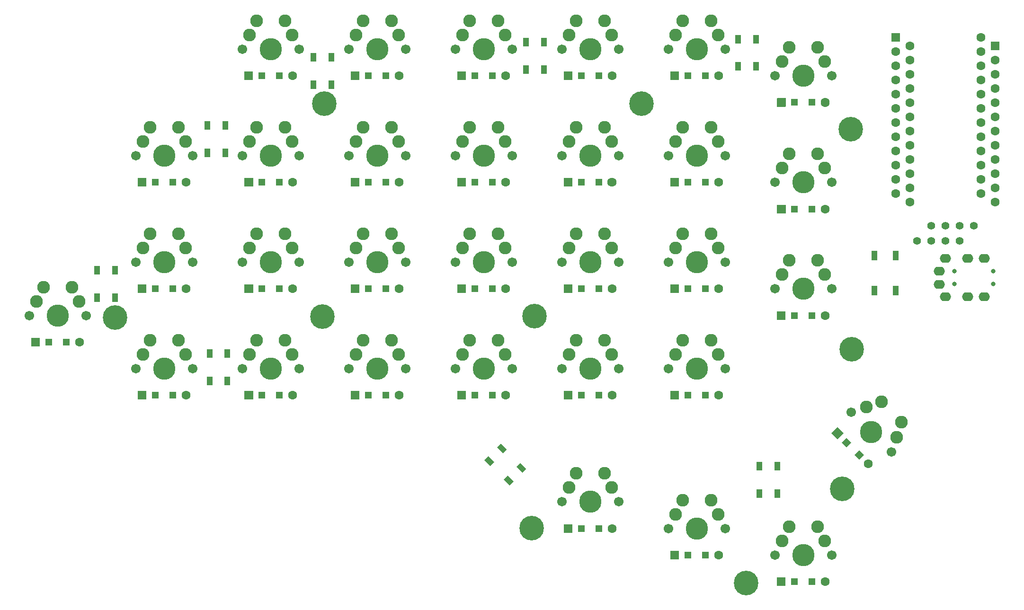
<source format=gbs>
%TF.GenerationSoftware,KiCad,Pcbnew,5.1.9*%
%TF.CreationDate,2021-04-06T00:25:38+02:00*%
%TF.ProjectId,splitkeeb - pro micros,73706c69-746b-4656-9562-202d2070726f,rev?*%
%TF.SameCoordinates,Original*%
%TF.FileFunction,Soldermask,Bot*%
%TF.FilePolarity,Negative*%
%FSLAX46Y46*%
G04 Gerber Fmt 4.6, Leading zero omitted, Abs format (unit mm)*
G04 Created by KiCad (PCBNEW 5.1.9) date 2021-04-06 00:25:38*
%MOMM*%
%LPD*%
G01*
G04 APERTURE LIST*
%ADD10R,1.600000X1.600000*%
%ADD11C,1.600000*%
%ADD12C,4.400000*%
%ADD13R,1.200000X1.200000*%
%ADD14C,1.701800*%
%ADD15C,2.286000*%
%ADD16C,3.987800*%
%ADD17R,1.000000X1.500000*%
%ADD18O,2.000000X1.600000*%
%ADD19C,0.800000*%
%ADD20R,1.000000X1.700000*%
%ADD21C,0.100000*%
%ADD22C,1.397000*%
G04 APERTURE END LIST*
D10*
%TO.C,D19*%
X148384420Y-92726140D03*
D11*
X156184420Y-92726140D03*
%TD*%
D12*
%TO.C,REF\u002A\u002A*%
X67334420Y-97888640D03*
%TD*%
D11*
%TO.C,D28*%
X194294420Y-78438640D03*
D10*
X186494420Y-78438640D03*
D13*
X188819420Y-78438640D03*
X191969420Y-78438640D03*
%TD*%
%TO.C,D6*%
X96719420Y-73681140D03*
X93569420Y-73681140D03*
D10*
X91244420Y-73681140D03*
D11*
X99044420Y-73681140D03*
%TD*%
D12*
%TO.C,REF\u002A\u002A*%
X197344420Y-128488640D03*
%TD*%
%TO.C,REF\u002A\u002A*%
X180194420Y-145388640D03*
%TD*%
%TO.C,REF\u002A\u002A*%
X141844420Y-135568640D03*
%TD*%
%TO.C,REF\u002A\u002A*%
X142364420Y-97608640D03*
%TD*%
D13*
%TO.C,D29*%
X191949420Y-97488640D03*
X188799420Y-97488640D03*
D10*
X186474420Y-97488640D03*
D11*
X194274420Y-97488640D03*
%TD*%
D14*
%TO.C,K26*%
X166254420Y-135588640D03*
X176414420Y-135588640D03*
D15*
X167524420Y-133048640D03*
D16*
X171334420Y-135588640D03*
D15*
X173874420Y-130508640D03*
X168794420Y-130508640D03*
X175144420Y-133048640D03*
%TD*%
D11*
%TO.C,D1*%
X79984420Y-73681140D03*
D10*
X72184420Y-73681140D03*
D13*
X74509420Y-73681140D03*
X77659420Y-73681140D03*
%TD*%
D11*
%TO.C,D9*%
X118084420Y-54621140D03*
D10*
X110284420Y-54621140D03*
D13*
X112609420Y-54621140D03*
X115759420Y-54621140D03*
%TD*%
D11*
%TO.C,D24*%
X175234420Y-92731140D03*
D10*
X167434420Y-92731140D03*
D13*
X169759420Y-92731140D03*
X172909420Y-92731140D03*
%TD*%
%TO.C,D15*%
X134809420Y-92718640D03*
X131659420Y-92718640D03*
D10*
X129334420Y-92718640D03*
D11*
X137134420Y-92718640D03*
%TD*%
D15*
%TO.C,K1*%
X79894420Y-66373640D03*
X73544420Y-63833640D03*
X78624420Y-63833640D03*
D16*
X76084420Y-68913640D03*
D15*
X72274420Y-66373640D03*
D14*
X81164420Y-68913640D03*
X71004420Y-68913640D03*
%TD*%
D11*
%TO.C,D13*%
X137134420Y-54621140D03*
D10*
X129334420Y-54621140D03*
D13*
X131659420Y-54621140D03*
X134809420Y-54621140D03*
%TD*%
D11*
%TO.C,D19*%
X156184420Y-92711140D03*
D10*
X148384420Y-92711140D03*
D13*
X150709420Y-92711140D03*
X153859420Y-92711140D03*
%TD*%
D11*
%TO.C,D7*%
X99044420Y-92711140D03*
D10*
X91244420Y-92711140D03*
D13*
X93569420Y-92711140D03*
X96719420Y-92711140D03*
%TD*%
%TO.C,D2*%
X77659420Y-92721140D03*
X74509420Y-92721140D03*
D10*
X72184420Y-92721140D03*
D11*
X79984420Y-92721140D03*
%TD*%
D17*
%TO.C,D39*%
X102824420Y-51308640D03*
X106024420Y-51308640D03*
X102824420Y-56208640D03*
X106024420Y-56208640D03*
%TD*%
D15*
%TO.C,K2*%
X79894420Y-85423640D03*
X73544420Y-82883640D03*
X78624420Y-82883640D03*
D16*
X76084420Y-87963640D03*
D15*
X72274420Y-85423640D03*
D14*
X81164420Y-87963640D03*
X71004420Y-87963640D03*
%TD*%
D13*
%TO.C,D10*%
X115759420Y-73691140D03*
X112609420Y-73691140D03*
D10*
X110284420Y-73691140D03*
D11*
X118084420Y-73691140D03*
%TD*%
D13*
%TO.C,D14*%
X134809420Y-73681140D03*
X131659420Y-73681140D03*
D10*
X129334420Y-73681140D03*
D11*
X137134420Y-73681140D03*
%TD*%
D14*
%TO.C,K3*%
X71004420Y-107013640D03*
X81164420Y-107013640D03*
D15*
X72274420Y-104473640D03*
D16*
X76084420Y-107013640D03*
D15*
X78624420Y-101933640D03*
X73544420Y-101933640D03*
X79894420Y-104473640D03*
%TD*%
%TO.C,K11*%
X117994420Y-85423640D03*
X111644420Y-82883640D03*
X116724420Y-82883640D03*
D16*
X114184420Y-87963640D03*
D15*
X110374420Y-85423640D03*
D14*
X119264420Y-87963640D03*
X109104420Y-87963640D03*
%TD*%
D10*
%TO.C,U1*%
X206934420Y-47768640D03*
D11*
X206934420Y-50308640D03*
X206934420Y-52848640D03*
X206934420Y-55388640D03*
X206934420Y-57928640D03*
X206934420Y-60468640D03*
X206934420Y-63008640D03*
X206934420Y-65548640D03*
X206934420Y-68088640D03*
X206934420Y-70628640D03*
X206934420Y-73168640D03*
X206934420Y-75708640D03*
X222174420Y-75708640D03*
X222174420Y-73168640D03*
X222174420Y-70628640D03*
X222174420Y-68088640D03*
X222174420Y-65548640D03*
X222174420Y-63008640D03*
X222174420Y-60468640D03*
X222174420Y-57928640D03*
X222174420Y-55388640D03*
X222174420Y-52848640D03*
X222174420Y-50308640D03*
X222174420Y-47768640D03*
%TD*%
%TO.C,D22*%
X175234420Y-54621140D03*
D10*
X167434420Y-54621140D03*
D13*
X169759420Y-54621140D03*
X172909420Y-54621140D03*
%TD*%
%TO.C,D15*%
X115759420Y-92728640D03*
X112609420Y-92728640D03*
D10*
X110284420Y-92728640D03*
D11*
X118084420Y-92728640D03*
%TD*%
D13*
%TO.C,D23*%
X172909420Y-73681140D03*
X169759420Y-73681140D03*
D10*
X167434420Y-73681140D03*
D11*
X175234420Y-73681140D03*
%TD*%
D13*
%TO.C,D21*%
X153859420Y-135588640D03*
X150709420Y-135588640D03*
D10*
X148384420Y-135588640D03*
D11*
X156184420Y-135588640D03*
%TD*%
D13*
%TO.C,D3*%
X77659420Y-111778640D03*
X74509420Y-111778640D03*
D10*
X72184420Y-111778640D03*
D11*
X79984420Y-111778640D03*
%TD*%
%TO.C,D8*%
X99044420Y-111778640D03*
D10*
X91244420Y-111778640D03*
D13*
X93569420Y-111778640D03*
X96719420Y-111778640D03*
%TD*%
%TO.C,D5*%
X96709420Y-54631140D03*
X93559420Y-54631140D03*
D10*
X91234420Y-54631140D03*
D11*
X99034420Y-54631140D03*
%TD*%
D12*
%TO.C,REF\u002A\u002A*%
X198914420Y-64158640D03*
%TD*%
D18*
%TO.C,U2*%
X219804420Y-87298640D03*
D19*
X224404420Y-89598640D03*
X217404420Y-89598640D03*
D18*
X222804420Y-87298640D03*
X215804420Y-87298640D03*
X214704420Y-91898640D03*
%TD*%
D20*
%TO.C,SW1*%
X203114420Y-86768640D03*
X203114420Y-93068640D03*
X206914420Y-86768640D03*
X206914420Y-93068640D03*
%TD*%
D11*
%TO.C,U1*%
X209494420Y-49228640D03*
X209494420Y-51768640D03*
X209494420Y-54308640D03*
X209494420Y-56848640D03*
X209494420Y-59388640D03*
X209494420Y-61928640D03*
X209494420Y-64468640D03*
X209494420Y-67008640D03*
X209494420Y-69548640D03*
X209494420Y-72088640D03*
X209494420Y-74628640D03*
X209494420Y-77168640D03*
X224734420Y-77168640D03*
X224734420Y-74628640D03*
X224734420Y-72088640D03*
X224734420Y-69548640D03*
X224734420Y-67008640D03*
X224734420Y-64468640D03*
X224734420Y-61928640D03*
X224734420Y-59388640D03*
X224734420Y-56848640D03*
X224734420Y-54308640D03*
X224734420Y-51768640D03*
D10*
X224734420Y-49228640D03*
%TD*%
D13*
%TO.C,D18*%
X153834420Y-73648640D03*
X150684420Y-73648640D03*
D10*
X148359420Y-73648640D03*
D11*
X156159420Y-73648640D03*
%TD*%
D10*
%TO.C,D20*%
X148384420Y-111776140D03*
D11*
X156184420Y-111776140D03*
%TD*%
%TO.C,D21*%
X156184420Y-135588640D03*
D10*
X148384420Y-135588640D03*
%TD*%
%TO.C,D22*%
X167434420Y-54626140D03*
D11*
X175234420Y-54626140D03*
%TD*%
%TO.C,D23*%
X175234420Y-73676140D03*
D10*
X167434420Y-73676140D03*
%TD*%
%TO.C,D24*%
X167434420Y-92726140D03*
D11*
X175234420Y-92726140D03*
%TD*%
%TO.C,D25*%
X175234420Y-111776140D03*
D10*
X167434420Y-111776140D03*
%TD*%
%TO.C,D26*%
X167434420Y-140351140D03*
D11*
X175234420Y-140351140D03*
%TD*%
%TO.C,D27*%
X194284420Y-59388640D03*
D10*
X186484420Y-59388640D03*
%TD*%
%TO.C,D28*%
X186484420Y-78438640D03*
D11*
X194284420Y-78438640D03*
%TD*%
%TO.C,D29*%
X194284420Y-97488640D03*
D10*
X186484420Y-97488640D03*
%TD*%
%TO.C,D31*%
X186484420Y-145113640D03*
D11*
X194284420Y-145113640D03*
%TD*%
D17*
%TO.C,D35*%
X178714420Y-48038640D03*
X181914420Y-48038640D03*
X178714420Y-52938640D03*
X181914420Y-52938640D03*
%TD*%
%TO.C,D37*%
X140804420Y-48568640D03*
X144004420Y-48568640D03*
X140804420Y-53468640D03*
X144004420Y-53468640D03*
%TD*%
%TO.C,D38*%
X182554420Y-124438640D03*
X185754420Y-124438640D03*
X182554420Y-129338640D03*
X185754420Y-129338640D03*
%TD*%
D21*
%TO.C,D40*%
G36*
X135144521Y-123714376D02*
G01*
X134437415Y-124421482D01*
X133376755Y-123360822D01*
X134083861Y-122653716D01*
X135144521Y-123714376D01*
G37*
G36*
X137407262Y-121451635D02*
G01*
X136700156Y-122158741D01*
X135639496Y-121098081D01*
X136346602Y-120390975D01*
X137407262Y-121451635D01*
G37*
G36*
X138609344Y-127179199D02*
G01*
X137902238Y-127886305D01*
X136841578Y-126825645D01*
X137548684Y-126118539D01*
X138609344Y-127179199D01*
G37*
G36*
X140872085Y-124916458D02*
G01*
X140164979Y-125623564D01*
X139104319Y-124562904D01*
X139811425Y-123855798D01*
X140872085Y-124916458D01*
G37*
%TD*%
D17*
%TO.C,D41*%
X87004420Y-68388640D03*
X83804420Y-68388640D03*
X87004420Y-63488640D03*
X83804420Y-63488640D03*
%TD*%
%TO.C,D42*%
X84224420Y-104328640D03*
X87424420Y-104328640D03*
X84224420Y-109228640D03*
X87424420Y-109228640D03*
%TD*%
%TO.C,D43*%
X64094420Y-89378640D03*
X67294420Y-89378640D03*
X64094420Y-94278640D03*
X67294420Y-94278640D03*
%TD*%
D11*
%TO.C,D5*%
X99034420Y-54626140D03*
D10*
X91234420Y-54626140D03*
%TD*%
D21*
%TO.C,D30*%
G36*
X195385333Y-118543424D02*
G01*
X196516704Y-117412053D01*
X197648075Y-118543424D01*
X196516704Y-119674795D01*
X195385333Y-118543424D01*
G37*
D11*
X202032136Y-124058856D03*
%TD*%
D14*
%TO.C,K4*%
X51954420Y-97488640D03*
X62114420Y-97488640D03*
D15*
X53224420Y-94948640D03*
D16*
X57034420Y-97488640D03*
D15*
X59574420Y-92408640D03*
X54494420Y-92408640D03*
X60844420Y-94948640D03*
%TD*%
%TO.C,K5*%
X98944420Y-47323640D03*
X92594420Y-44783640D03*
X97674420Y-44783640D03*
D16*
X95134420Y-49863640D03*
D15*
X91324420Y-47323640D03*
D14*
X100214420Y-49863640D03*
X90054420Y-49863640D03*
%TD*%
D15*
%TO.C,K6*%
X98944420Y-66373640D03*
X92594420Y-63833640D03*
X97674420Y-63833640D03*
D16*
X95134420Y-68913640D03*
D15*
X91324420Y-66373640D03*
D14*
X100214420Y-68913640D03*
X90054420Y-68913640D03*
%TD*%
D15*
%TO.C,K7*%
X98944420Y-85423640D03*
X92594420Y-82883640D03*
X97674420Y-82883640D03*
D16*
X95134420Y-87963640D03*
D15*
X91324420Y-85423640D03*
D14*
X100214420Y-87963640D03*
X90054420Y-87963640D03*
%TD*%
%TO.C,K8*%
X90054420Y-107013640D03*
X100214420Y-107013640D03*
D15*
X91324420Y-104473640D03*
D16*
X95134420Y-107013640D03*
D15*
X97674420Y-101933640D03*
X92594420Y-101933640D03*
X98944420Y-104473640D03*
%TD*%
D14*
%TO.C,K9*%
X109104420Y-49863640D03*
X119264420Y-49863640D03*
D15*
X110374420Y-47323640D03*
D16*
X114184420Y-49863640D03*
D15*
X116724420Y-44783640D03*
X111644420Y-44783640D03*
X117994420Y-47323640D03*
%TD*%
D14*
%TO.C,K10*%
X109104420Y-68913640D03*
X119264420Y-68913640D03*
D15*
X110374420Y-66373640D03*
D16*
X114184420Y-68913640D03*
D15*
X116724420Y-63833640D03*
X111644420Y-63833640D03*
X117994420Y-66373640D03*
%TD*%
D11*
%TO.C,D17*%
X156184420Y-54621140D03*
D10*
X148384420Y-54621140D03*
D13*
X150709420Y-54621140D03*
X153859420Y-54621140D03*
%TD*%
D15*
%TO.C,K22*%
X175144420Y-47323640D03*
X168794420Y-44783640D03*
X173874420Y-44783640D03*
D16*
X171334420Y-49863640D03*
D15*
X167524420Y-47323640D03*
D14*
X176414420Y-49863640D03*
X166254420Y-49863640D03*
%TD*%
D22*
%TO.C,Brd1*%
X213304420Y-81458640D03*
X215844420Y-81458640D03*
X218384420Y-81458640D03*
X220924420Y-81458640D03*
%TD*%
D13*
%TO.C,D27*%
X191969420Y-59378640D03*
X188819420Y-59378640D03*
D10*
X186494420Y-59378640D03*
D11*
X194294420Y-59378640D03*
%TD*%
%TO.C,D20*%
X156184420Y-111781140D03*
D10*
X148384420Y-111781140D03*
D13*
X150709420Y-111781140D03*
X153859420Y-111781140D03*
%TD*%
%TO.C,D25*%
X172909420Y-111778640D03*
X169759420Y-111778640D03*
D10*
X167434420Y-111778640D03*
D11*
X175234420Y-111778640D03*
%TD*%
D12*
%TO.C,REF\u002A\u002A*%
X199024420Y-103558640D03*
%TD*%
D11*
%TO.C,D16*%
X137134420Y-111781140D03*
D10*
X129334420Y-111781140D03*
D13*
X131659420Y-111781140D03*
X134809420Y-111781140D03*
%TD*%
%TO.C,D4*%
X58609420Y-102248640D03*
X55459420Y-102248640D03*
D10*
X53134420Y-102248640D03*
D11*
X60934420Y-102248640D03*
%TD*%
%TO.C,D12*%
X118084420Y-111778640D03*
D10*
X110284420Y-111778640D03*
D13*
X112609420Y-111778640D03*
X115759420Y-111778640D03*
%TD*%
D11*
%TO.C,D31*%
X194284420Y-145113640D03*
D10*
X186484420Y-145113640D03*
D13*
X188809420Y-145113640D03*
X191959420Y-145113640D03*
%TD*%
D12*
%TO.C,REF\u002A\u002A*%
X104724420Y-59608640D03*
%TD*%
D11*
%TO.C,D30*%
X202024636Y-124056356D03*
D21*
G36*
X195377833Y-118540924D02*
G01*
X196509204Y-117409553D01*
X197640575Y-118540924D01*
X196509204Y-119672295D01*
X195377833Y-118540924D01*
G37*
G36*
X197304699Y-120184947D02*
G01*
X198153227Y-119336419D01*
X199001755Y-120184947D01*
X198153227Y-121033475D01*
X197304699Y-120184947D01*
G37*
G36*
X199532085Y-122412333D02*
G01*
X200380613Y-121563805D01*
X201229141Y-122412333D01*
X200380613Y-123260861D01*
X199532085Y-122412333D01*
G37*
%TD*%
D12*
%TO.C,REF\u002A\u002A*%
X161464420Y-59588640D03*
%TD*%
D11*
%TO.C,D26*%
X175234420Y-140346140D03*
D10*
X167434420Y-140346140D03*
D13*
X169759420Y-140346140D03*
X172909420Y-140346140D03*
%TD*%
D12*
%TO.C,REF\u002A\u002A*%
X104414420Y-97728640D03*
%TD*%
D10*
%TO.C,D1*%
X72184420Y-73676140D03*
D11*
X79984420Y-73676140D03*
%TD*%
%TO.C,D2*%
X79984420Y-92726140D03*
D10*
X72184420Y-92726140D03*
%TD*%
D11*
%TO.C,D3*%
X79984420Y-111776140D03*
D10*
X72184420Y-111776140D03*
%TD*%
D11*
%TO.C,D4*%
X60934420Y-102251140D03*
D10*
X53134420Y-102251140D03*
%TD*%
D11*
%TO.C,D6*%
X99034420Y-73676140D03*
D10*
X91234420Y-73676140D03*
%TD*%
%TO.C,D7*%
X91234420Y-92726140D03*
D11*
X99034420Y-92726140D03*
%TD*%
D10*
%TO.C,D8*%
X91234420Y-111776140D03*
D11*
X99034420Y-111776140D03*
%TD*%
D10*
%TO.C,D9*%
X110284420Y-54626140D03*
D11*
X118084420Y-54626140D03*
%TD*%
%TO.C,D10*%
X118084420Y-73676140D03*
D10*
X110284420Y-73676140D03*
%TD*%
D11*
%TO.C,D11*%
X118084420Y-92726140D03*
D10*
X110284420Y-92726140D03*
%TD*%
%TO.C,D12*%
X110284420Y-111776140D03*
D11*
X118084420Y-111776140D03*
%TD*%
D10*
%TO.C,D13*%
X129334420Y-54626140D03*
D11*
X137134420Y-54626140D03*
%TD*%
%TO.C,D14*%
X137134420Y-73676140D03*
D10*
X129334420Y-73676140D03*
%TD*%
D11*
%TO.C,D15*%
X137134420Y-92726140D03*
D10*
X129334420Y-92726140D03*
%TD*%
%TO.C,D16*%
X129334420Y-111776140D03*
D11*
X137134420Y-111776140D03*
%TD*%
D10*
%TO.C,D17*%
X148384420Y-54626140D03*
D11*
X156184420Y-54626140D03*
%TD*%
%TO.C,D18*%
X156184420Y-73676140D03*
D10*
X148384420Y-73676140D03*
%TD*%
D15*
%TO.C,K12*%
X117994420Y-104473640D03*
X111644420Y-101933640D03*
X116724420Y-101933640D03*
D16*
X114184420Y-107013640D03*
D15*
X110374420Y-104473640D03*
D14*
X119264420Y-107013640D03*
X109104420Y-107013640D03*
%TD*%
%TO.C,K13*%
X128154420Y-49863640D03*
X138314420Y-49863640D03*
D15*
X129424420Y-47323640D03*
D16*
X133234420Y-49863640D03*
D15*
X135774420Y-44783640D03*
X130694420Y-44783640D03*
X137044420Y-47323640D03*
%TD*%
D14*
%TO.C,K14*%
X128154420Y-68913640D03*
X138314420Y-68913640D03*
D15*
X129424420Y-66373640D03*
D16*
X133234420Y-68913640D03*
D15*
X135774420Y-63833640D03*
X130694420Y-63833640D03*
X137044420Y-66373640D03*
%TD*%
D14*
%TO.C,K15*%
X128154420Y-87963640D03*
X138314420Y-87963640D03*
D15*
X129424420Y-85423640D03*
D16*
X133234420Y-87963640D03*
D15*
X135774420Y-82883640D03*
X130694420Y-82883640D03*
X137044420Y-85423640D03*
%TD*%
%TO.C,K16*%
X137044420Y-104473640D03*
X130694420Y-101933640D03*
X135774420Y-101933640D03*
D16*
X133234420Y-107013640D03*
D15*
X129424420Y-104473640D03*
D14*
X138314420Y-107013640D03*
X128154420Y-107013640D03*
%TD*%
%TO.C,K17*%
X147204420Y-49863640D03*
X157364420Y-49863640D03*
D15*
X148474420Y-47323640D03*
D16*
X152284420Y-49863640D03*
D15*
X154824420Y-44783640D03*
X149744420Y-44783640D03*
X156094420Y-47323640D03*
%TD*%
D14*
%TO.C,K18*%
X147204420Y-68913640D03*
X157364420Y-68913640D03*
D15*
X148474420Y-66373640D03*
D16*
X152284420Y-68913640D03*
D15*
X154824420Y-63833640D03*
X149744420Y-63833640D03*
X156094420Y-66373640D03*
%TD*%
%TO.C,K19*%
X156094420Y-85423640D03*
X149744420Y-82883640D03*
X154824420Y-82883640D03*
D16*
X152284420Y-87963640D03*
D15*
X148474420Y-85423640D03*
D14*
X157364420Y-87963640D03*
X147204420Y-87963640D03*
%TD*%
D15*
%TO.C,K20*%
X156094420Y-104473640D03*
X149744420Y-101933640D03*
X154824420Y-101933640D03*
D16*
X152284420Y-107013640D03*
D15*
X148474420Y-104473640D03*
D14*
X157364420Y-107013640D03*
X147204420Y-107013640D03*
%TD*%
%TO.C,K21*%
X147204420Y-130826140D03*
X157364420Y-130826140D03*
D15*
X148474420Y-128286140D03*
D16*
X152284420Y-130826140D03*
D15*
X154824420Y-125746140D03*
X149744420Y-125746140D03*
X156094420Y-128286140D03*
%TD*%
D14*
%TO.C,K23*%
X166254420Y-68913640D03*
X176414420Y-68913640D03*
D15*
X167524420Y-66373640D03*
D16*
X171334420Y-68913640D03*
D15*
X173874420Y-63833640D03*
X168794420Y-63833640D03*
X175144420Y-66373640D03*
%TD*%
%TO.C,K24*%
X175144420Y-85423640D03*
X168794420Y-82883640D03*
X173874420Y-82883640D03*
D16*
X171334420Y-87963640D03*
D15*
X167524420Y-85423640D03*
D14*
X176414420Y-87963640D03*
X166254420Y-87963640D03*
%TD*%
D15*
%TO.C,K25*%
X175144420Y-104473640D03*
X168794420Y-101933640D03*
X173874420Y-101933640D03*
D16*
X171334420Y-107013640D03*
D15*
X167524420Y-104473640D03*
D14*
X176414420Y-107013640D03*
X166254420Y-107013640D03*
%TD*%
D15*
%TO.C,K27*%
X194194420Y-52086140D03*
X187844420Y-49546140D03*
X192924420Y-49546140D03*
D16*
X190384420Y-54626140D03*
D15*
X186574420Y-52086140D03*
D14*
X195464420Y-54626140D03*
X185304420Y-54626140D03*
%TD*%
%TO.C,K28*%
X185304420Y-73676140D03*
X195464420Y-73676140D03*
D15*
X186574420Y-71136140D03*
D16*
X190384420Y-73676140D03*
D15*
X192924420Y-68596140D03*
X187844420Y-68596140D03*
X194194420Y-71136140D03*
%TD*%
%TO.C,K29*%
X194194420Y-90186140D03*
X187844420Y-87646140D03*
X192924420Y-87646140D03*
D16*
X190384420Y-92726140D03*
D15*
X186574420Y-90186140D03*
D14*
X195464420Y-92726140D03*
X185304420Y-92726140D03*
%TD*%
%TO.C,K30*%
X198977883Y-114764342D03*
X206162087Y-121948546D03*
D15*
X201671959Y-113866316D03*
D16*
X202569985Y-118356444D03*
D15*
X207958139Y-116560393D03*
X204366036Y-112968290D03*
X207060113Y-119254470D03*
%TD*%
%TO.C,K31*%
X194194420Y-137811140D03*
X187844420Y-135271140D03*
X192924420Y-135271140D03*
D16*
X190384420Y-140351140D03*
D15*
X186574420Y-137811140D03*
D14*
X195464420Y-140351140D03*
X185304420Y-140351140D03*
%TD*%
D22*
%TO.C,Brd1*%
X210754420Y-84158640D03*
X213294420Y-84158640D03*
X215834420Y-84158640D03*
X218374420Y-84158640D03*
%TD*%
D18*
%TO.C,U2*%
X214694420Y-89548640D03*
X215794420Y-94148640D03*
X222794420Y-94148640D03*
D19*
X217394420Y-91848640D03*
X224394420Y-91848640D03*
D18*
X219794420Y-94148640D03*
%TD*%
M02*

</source>
